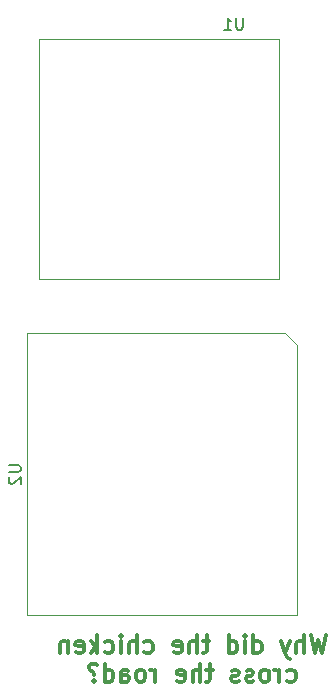
<source format=gbr>
%TF.GenerationSoftware,KiCad,Pcbnew,(6.0.6)*%
%TF.CreationDate,2022-07-21T10:55:34-07:00*%
%TF.ProjectId,SensorEgg,53656e73-6f72-4456-9767-2e6b69636164,rev?*%
%TF.SameCoordinates,Original*%
%TF.FileFunction,Legend,Bot*%
%TF.FilePolarity,Positive*%
%FSLAX46Y46*%
G04 Gerber Fmt 4.6, Leading zero omitted, Abs format (unit mm)*
G04 Created by KiCad (PCBNEW (6.0.6)) date 2022-07-21 10:55:34*
%MOMM*%
%LPD*%
G01*
G04 APERTURE LIST*
%ADD10C,0.300000*%
%ADD11C,0.150000*%
%ADD12C,0.120000*%
G04 APERTURE END LIST*
D10*
X118273928Y-133014661D02*
X117916785Y-134514661D01*
X117631071Y-133443232D01*
X117345357Y-134514661D01*
X116988214Y-133014661D01*
X116416785Y-134514661D02*
X116416785Y-133014661D01*
X115773928Y-134514661D02*
X115773928Y-133728947D01*
X115845357Y-133586090D01*
X115988214Y-133514661D01*
X116202500Y-133514661D01*
X116345357Y-133586090D01*
X116416785Y-133657518D01*
X115202500Y-133514661D02*
X114845357Y-134514661D01*
X114488214Y-133514661D02*
X114845357Y-134514661D01*
X114988214Y-134871804D01*
X115059642Y-134943232D01*
X115202500Y-135014661D01*
X112131071Y-134514661D02*
X112131071Y-133014661D01*
X112131071Y-134443232D02*
X112273928Y-134514661D01*
X112559642Y-134514661D01*
X112702500Y-134443232D01*
X112773928Y-134371804D01*
X112845357Y-134228947D01*
X112845357Y-133800375D01*
X112773928Y-133657518D01*
X112702500Y-133586090D01*
X112559642Y-133514661D01*
X112273928Y-133514661D01*
X112131071Y-133586090D01*
X111416785Y-134514661D02*
X111416785Y-133514661D01*
X111416785Y-133014661D02*
X111488214Y-133086090D01*
X111416785Y-133157518D01*
X111345357Y-133086090D01*
X111416785Y-133014661D01*
X111416785Y-133157518D01*
X110059642Y-134514661D02*
X110059642Y-133014661D01*
X110059642Y-134443232D02*
X110202500Y-134514661D01*
X110488214Y-134514661D01*
X110631071Y-134443232D01*
X110702500Y-134371804D01*
X110773928Y-134228947D01*
X110773928Y-133800375D01*
X110702500Y-133657518D01*
X110631071Y-133586090D01*
X110488214Y-133514661D01*
X110202500Y-133514661D01*
X110059642Y-133586090D01*
X108416785Y-133514661D02*
X107845357Y-133514661D01*
X108202500Y-133014661D02*
X108202500Y-134300375D01*
X108131071Y-134443232D01*
X107988214Y-134514661D01*
X107845357Y-134514661D01*
X107345357Y-134514661D02*
X107345357Y-133014661D01*
X106702500Y-134514661D02*
X106702500Y-133728947D01*
X106773928Y-133586090D01*
X106916785Y-133514661D01*
X107131071Y-133514661D01*
X107273928Y-133586090D01*
X107345357Y-133657518D01*
X105416785Y-134443232D02*
X105559642Y-134514661D01*
X105845357Y-134514661D01*
X105988214Y-134443232D01*
X106059642Y-134300375D01*
X106059642Y-133728947D01*
X105988214Y-133586090D01*
X105845357Y-133514661D01*
X105559642Y-133514661D01*
X105416785Y-133586090D01*
X105345357Y-133728947D01*
X105345357Y-133871804D01*
X106059642Y-134014661D01*
X102916785Y-134443232D02*
X103059642Y-134514661D01*
X103345357Y-134514661D01*
X103488214Y-134443232D01*
X103559642Y-134371804D01*
X103631071Y-134228947D01*
X103631071Y-133800375D01*
X103559642Y-133657518D01*
X103488214Y-133586090D01*
X103345357Y-133514661D01*
X103059642Y-133514661D01*
X102916785Y-133586090D01*
X102273928Y-134514661D02*
X102273928Y-133014661D01*
X101631071Y-134514661D02*
X101631071Y-133728947D01*
X101702500Y-133586090D01*
X101845357Y-133514661D01*
X102059642Y-133514661D01*
X102202500Y-133586090D01*
X102273928Y-133657518D01*
X100916785Y-134514661D02*
X100916785Y-133514661D01*
X100916785Y-133014661D02*
X100988214Y-133086090D01*
X100916785Y-133157518D01*
X100845357Y-133086090D01*
X100916785Y-133014661D01*
X100916785Y-133157518D01*
X99559642Y-134443232D02*
X99702500Y-134514661D01*
X99988214Y-134514661D01*
X100131071Y-134443232D01*
X100202500Y-134371804D01*
X100273928Y-134228947D01*
X100273928Y-133800375D01*
X100202500Y-133657518D01*
X100131071Y-133586090D01*
X99988214Y-133514661D01*
X99702500Y-133514661D01*
X99559642Y-133586090D01*
X98916785Y-134514661D02*
X98916785Y-133014661D01*
X98773928Y-133943232D02*
X98345357Y-134514661D01*
X98345357Y-133514661D02*
X98916785Y-134086090D01*
X97131071Y-134443232D02*
X97273928Y-134514661D01*
X97559642Y-134514661D01*
X97702500Y-134443232D01*
X97773928Y-134300375D01*
X97773928Y-133728947D01*
X97702500Y-133586090D01*
X97559642Y-133514661D01*
X97273928Y-133514661D01*
X97131071Y-133586090D01*
X97059642Y-133728947D01*
X97059642Y-133871804D01*
X97773928Y-134014661D01*
X96416785Y-133514661D02*
X96416785Y-134514661D01*
X96416785Y-133657518D02*
X96345357Y-133586090D01*
X96202500Y-133514661D01*
X95988214Y-133514661D01*
X95845357Y-133586090D01*
X95773928Y-133728947D01*
X95773928Y-134514661D01*
X114988214Y-136858232D02*
X115131071Y-136929661D01*
X115416785Y-136929661D01*
X115559642Y-136858232D01*
X115631071Y-136786804D01*
X115702500Y-136643947D01*
X115702500Y-136215375D01*
X115631071Y-136072518D01*
X115559642Y-136001090D01*
X115416785Y-135929661D01*
X115131071Y-135929661D01*
X114988214Y-136001090D01*
X114345357Y-136929661D02*
X114345357Y-135929661D01*
X114345357Y-136215375D02*
X114273928Y-136072518D01*
X114202500Y-136001090D01*
X114059642Y-135929661D01*
X113916785Y-135929661D01*
X113202500Y-136929661D02*
X113345357Y-136858232D01*
X113416785Y-136786804D01*
X113488214Y-136643947D01*
X113488214Y-136215375D01*
X113416785Y-136072518D01*
X113345357Y-136001090D01*
X113202500Y-135929661D01*
X112988214Y-135929661D01*
X112845357Y-136001090D01*
X112773928Y-136072518D01*
X112702500Y-136215375D01*
X112702500Y-136643947D01*
X112773928Y-136786804D01*
X112845357Y-136858232D01*
X112988214Y-136929661D01*
X113202500Y-136929661D01*
X112131071Y-136858232D02*
X111988214Y-136929661D01*
X111702500Y-136929661D01*
X111559642Y-136858232D01*
X111488214Y-136715375D01*
X111488214Y-136643947D01*
X111559642Y-136501090D01*
X111702500Y-136429661D01*
X111916785Y-136429661D01*
X112059642Y-136358232D01*
X112131071Y-136215375D01*
X112131071Y-136143947D01*
X112059642Y-136001090D01*
X111916785Y-135929661D01*
X111702500Y-135929661D01*
X111559642Y-136001090D01*
X110916785Y-136858232D02*
X110773928Y-136929661D01*
X110488214Y-136929661D01*
X110345357Y-136858232D01*
X110273928Y-136715375D01*
X110273928Y-136643947D01*
X110345357Y-136501090D01*
X110488214Y-136429661D01*
X110702500Y-136429661D01*
X110845357Y-136358232D01*
X110916785Y-136215375D01*
X110916785Y-136143947D01*
X110845357Y-136001090D01*
X110702500Y-135929661D01*
X110488214Y-135929661D01*
X110345357Y-136001090D01*
X108702500Y-135929661D02*
X108131071Y-135929661D01*
X108488214Y-135429661D02*
X108488214Y-136715375D01*
X108416785Y-136858232D01*
X108273928Y-136929661D01*
X108131071Y-136929661D01*
X107631071Y-136929661D02*
X107631071Y-135429661D01*
X106988214Y-136929661D02*
X106988214Y-136143947D01*
X107059642Y-136001090D01*
X107202500Y-135929661D01*
X107416785Y-135929661D01*
X107559642Y-136001090D01*
X107631071Y-136072518D01*
X105702500Y-136858232D02*
X105845357Y-136929661D01*
X106131071Y-136929661D01*
X106273928Y-136858232D01*
X106345357Y-136715375D01*
X106345357Y-136143947D01*
X106273928Y-136001090D01*
X106131071Y-135929661D01*
X105845357Y-135929661D01*
X105702500Y-136001090D01*
X105631071Y-136143947D01*
X105631071Y-136286804D01*
X106345357Y-136429661D01*
X103845357Y-136929661D02*
X103845357Y-135929661D01*
X103845357Y-136215375D02*
X103773928Y-136072518D01*
X103702500Y-136001090D01*
X103559642Y-135929661D01*
X103416785Y-135929661D01*
X102702500Y-136929661D02*
X102845357Y-136858232D01*
X102916785Y-136786804D01*
X102988214Y-136643947D01*
X102988214Y-136215375D01*
X102916785Y-136072518D01*
X102845357Y-136001090D01*
X102702500Y-135929661D01*
X102488214Y-135929661D01*
X102345357Y-136001090D01*
X102273928Y-136072518D01*
X102202500Y-136215375D01*
X102202500Y-136643947D01*
X102273928Y-136786804D01*
X102345357Y-136858232D01*
X102488214Y-136929661D01*
X102702500Y-136929661D01*
X100916785Y-136929661D02*
X100916785Y-136143947D01*
X100988214Y-136001090D01*
X101131071Y-135929661D01*
X101416785Y-135929661D01*
X101559642Y-136001090D01*
X100916785Y-136858232D02*
X101059642Y-136929661D01*
X101416785Y-136929661D01*
X101559642Y-136858232D01*
X101631071Y-136715375D01*
X101631071Y-136572518D01*
X101559642Y-136429661D01*
X101416785Y-136358232D01*
X101059642Y-136358232D01*
X100916785Y-136286804D01*
X99559642Y-136929661D02*
X99559642Y-135429661D01*
X99559642Y-136858232D02*
X99702500Y-136929661D01*
X99988214Y-136929661D01*
X100131071Y-136858232D01*
X100202500Y-136786804D01*
X100273928Y-136643947D01*
X100273928Y-136215375D01*
X100202500Y-136072518D01*
X100131071Y-136001090D01*
X99988214Y-135929661D01*
X99702500Y-135929661D01*
X99559642Y-136001090D01*
X98631071Y-136786804D02*
X98559642Y-136858232D01*
X98631071Y-136929661D01*
X98702500Y-136858232D01*
X98631071Y-136786804D01*
X98631071Y-136929661D01*
X98916785Y-135501090D02*
X98773928Y-135429661D01*
X98416785Y-135429661D01*
X98273928Y-135501090D01*
X98202500Y-135643947D01*
X98202500Y-135786804D01*
X98273928Y-135929661D01*
X98345357Y-136001090D01*
X98488214Y-136072518D01*
X98559642Y-136143947D01*
X98631071Y-136286804D01*
X98631071Y-136358232D01*
D11*
%TO.C,U1*%
X111251904Y-80732380D02*
X111251904Y-81541904D01*
X111204285Y-81637142D01*
X111156666Y-81684761D01*
X111061428Y-81732380D01*
X110870952Y-81732380D01*
X110775714Y-81684761D01*
X110728095Y-81637142D01*
X110680476Y-81541904D01*
X110680476Y-80732380D01*
X109680476Y-81732380D02*
X110251904Y-81732380D01*
X109966190Y-81732380D02*
X109966190Y-80732380D01*
X110061428Y-80875238D01*
X110156666Y-80970476D01*
X110251904Y-81018095D01*
%TO.C,U2*%
X91434880Y-118618095D02*
X92244404Y-118618095D01*
X92339642Y-118665714D01*
X92387261Y-118713333D01*
X92434880Y-118808571D01*
X92434880Y-118999047D01*
X92387261Y-119094285D01*
X92339642Y-119141904D01*
X92244404Y-119189523D01*
X91434880Y-119189523D01*
X91530119Y-119618095D02*
X91482500Y-119665714D01*
X91434880Y-119760952D01*
X91434880Y-119999047D01*
X91482500Y-120094285D01*
X91530119Y-120141904D01*
X91625357Y-120189523D01*
X91720595Y-120189523D01*
X91863452Y-120141904D01*
X92434880Y-119570476D01*
X92434880Y-120189523D01*
D12*
%TO.C,U1*%
X114300000Y-82550000D02*
X93980000Y-82550000D01*
X93980000Y-82550000D02*
X93980000Y-102870000D01*
X93980000Y-102870000D02*
X114300000Y-102870000D01*
X114300000Y-102870000D02*
X114300000Y-82550000D01*
%TO.C,U2*%
X114842500Y-107450000D02*
X92982500Y-107450000D01*
X115842500Y-131310000D02*
X115842500Y-108450000D01*
X92982500Y-131310000D02*
X115842500Y-131310000D01*
X115842500Y-108450000D02*
X114842500Y-107450000D01*
X92982500Y-107450000D02*
X92982500Y-131310000D01*
%TD*%
M02*

</source>
